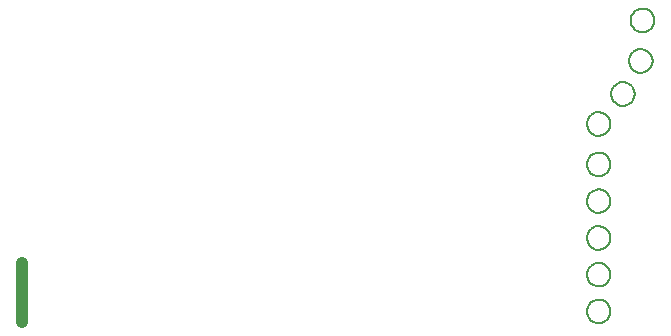
<source format=gm1>
G04*
G04 #@! TF.GenerationSoftware,Altium Limited,Altium Designer,22.3.1 (43)*
G04*
G04 Layer_Color=16711935*
%FSLAX25Y25*%
%MOIN*%
G70*
G04*
G04 #@! TF.SameCoordinates,C0646150-8C3F-47E1-8FD3-6E96B4F631F1*
G04*
G04*
G04 #@! TF.FilePolarity,Positive*
G04*
G01*
G75*
%ADD11C,0.00787*%
%ADD13C,0.03937*%
D11*
X246358Y191261D02*
X246235Y192240D01*
X245871Y193157D01*
X245291Y193956D01*
X244531Y194585D01*
X243638Y195005D01*
X242669Y195190D01*
X241684Y195128D01*
X240745Y194823D01*
X239912Y194294D01*
X239236Y193575D01*
X238761Y192710D01*
X238515Y191754D01*
Y190767D01*
X238761Y189811D01*
X239236Y188946D01*
X239912Y188227D01*
X240745Y187698D01*
X241684Y187393D01*
X242669Y187331D01*
X243638Y187516D01*
X244531Y187936D01*
X245291Y188566D01*
X245871Y189364D01*
X246235Y190281D01*
X246358Y191261D01*
Y179011D02*
X246235Y179990D01*
X245871Y180907D01*
X245291Y181706D01*
X244531Y182335D01*
X243638Y182755D01*
X242669Y182940D01*
X241684Y182878D01*
X240745Y182573D01*
X239912Y182044D01*
X239236Y181325D01*
X238761Y180460D01*
X238515Y179504D01*
Y178517D01*
X238761Y177561D01*
X239236Y176697D01*
X239912Y175977D01*
X240745Y175448D01*
X241684Y175143D01*
X242669Y175081D01*
X243638Y175266D01*
X244531Y175687D01*
X245291Y176316D01*
X245871Y177114D01*
X246235Y178032D01*
X246358Y179011D01*
Y166761D02*
X246235Y167740D01*
X245871Y168657D01*
X245291Y169456D01*
X244531Y170085D01*
X243638Y170505D01*
X242669Y170690D01*
X241684Y170628D01*
X240745Y170323D01*
X239912Y169794D01*
X239236Y169075D01*
X238761Y168210D01*
X238515Y167254D01*
Y166267D01*
X238761Y165311D01*
X239236Y164446D01*
X239912Y163727D01*
X240745Y163198D01*
X241684Y162893D01*
X242669Y162831D01*
X243638Y163016D01*
X244531Y163436D01*
X245291Y164066D01*
X245871Y164864D01*
X246235Y165781D01*
X246358Y166761D01*
Y203511D02*
X246235Y204490D01*
X245871Y205407D01*
X245291Y206206D01*
X244531Y206835D01*
X243638Y207255D01*
X242669Y207440D01*
X241684Y207378D01*
X240745Y207073D01*
X239912Y206544D01*
X239236Y205825D01*
X238761Y204960D01*
X238515Y204004D01*
Y203017D01*
X238761Y202061D01*
X239236Y201197D01*
X239912Y200477D01*
X240745Y199948D01*
X241684Y199643D01*
X242669Y199581D01*
X243638Y199766D01*
X244531Y200186D01*
X245291Y200816D01*
X245871Y201614D01*
X246235Y202532D01*
X246358Y203511D01*
X260925Y263761D02*
X260802Y264740D01*
X260438Y265657D01*
X259858Y266456D01*
X259098Y267085D01*
X258205Y267505D01*
X257235Y267690D01*
X256251Y267628D01*
X255312Y267323D01*
X254479Y266794D01*
X253803Y266075D01*
X253328Y265210D01*
X253082Y264254D01*
Y263267D01*
X253328Y262311D01*
X253803Y261446D01*
X254479Y260727D01*
X255312Y260198D01*
X256251Y259893D01*
X257235Y259831D01*
X258205Y260016D01*
X259098Y260437D01*
X259858Y261066D01*
X260438Y261864D01*
X260802Y262782D01*
X260925Y263761D01*
X260433Y250261D02*
X260309Y251240D01*
X259946Y252157D01*
X259366Y252956D01*
X258606Y253585D01*
X257713Y254005D01*
X256743Y254190D01*
X255758Y254128D01*
X254820Y253823D01*
X253987Y253294D01*
X253311Y252575D01*
X252835Y251710D01*
X252590Y250754D01*
Y249767D01*
X252835Y248811D01*
X253311Y247947D01*
X253987Y247227D01*
X254820Y246698D01*
X255758Y246393D01*
X256743Y246331D01*
X257713Y246516D01*
X258606Y246936D01*
X259366Y247566D01*
X259946Y248364D01*
X260309Y249282D01*
X260433Y250261D01*
X254528Y239261D02*
X254404Y240240D01*
X254041Y241157D01*
X253461Y241956D01*
X252700Y242585D01*
X251807Y243005D01*
X250838Y243190D01*
X249853Y243128D01*
X248914Y242823D01*
X248081Y242294D01*
X247406Y241575D01*
X246930Y240710D01*
X246685Y239754D01*
Y238767D01*
X246930Y237811D01*
X247406Y236947D01*
X248081Y236227D01*
X248914Y235698D01*
X249853Y235393D01*
X250838Y235331D01*
X251807Y235516D01*
X252700Y235936D01*
X253461Y236566D01*
X254041Y237364D01*
X254404Y238281D01*
X254528Y239261D01*
X246358Y229261D02*
X246235Y230240D01*
X245871Y231157D01*
X245291Y231956D01*
X244531Y232585D01*
X243638Y233005D01*
X242669Y233190D01*
X241684Y233128D01*
X240745Y232823D01*
X239912Y232294D01*
X239236Y231575D01*
X238761Y230710D01*
X238515Y229754D01*
Y228767D01*
X238761Y227811D01*
X239236Y226946D01*
X239912Y226227D01*
X240745Y225698D01*
X241684Y225393D01*
X242669Y225331D01*
X243638Y225516D01*
X244531Y225937D01*
X245291Y226566D01*
X245871Y227364D01*
X246235Y228281D01*
X246358Y229261D01*
Y215761D02*
X246235Y216740D01*
X245871Y217657D01*
X245291Y218456D01*
X244531Y219085D01*
X243638Y219505D01*
X242669Y219690D01*
X241684Y219628D01*
X240745Y219323D01*
X239912Y218794D01*
X239236Y218075D01*
X238761Y217210D01*
X238515Y216254D01*
Y215267D01*
X238761Y214311D01*
X239236Y213446D01*
X239912Y212727D01*
X240745Y212198D01*
X241684Y211893D01*
X242669Y211831D01*
X243638Y212016D01*
X244531Y212437D01*
X245291Y213066D01*
X245871Y213864D01*
X246235Y214781D01*
X246358Y215761D01*
D13*
X50207Y163217D02*
Y182803D01*
M02*

</source>
